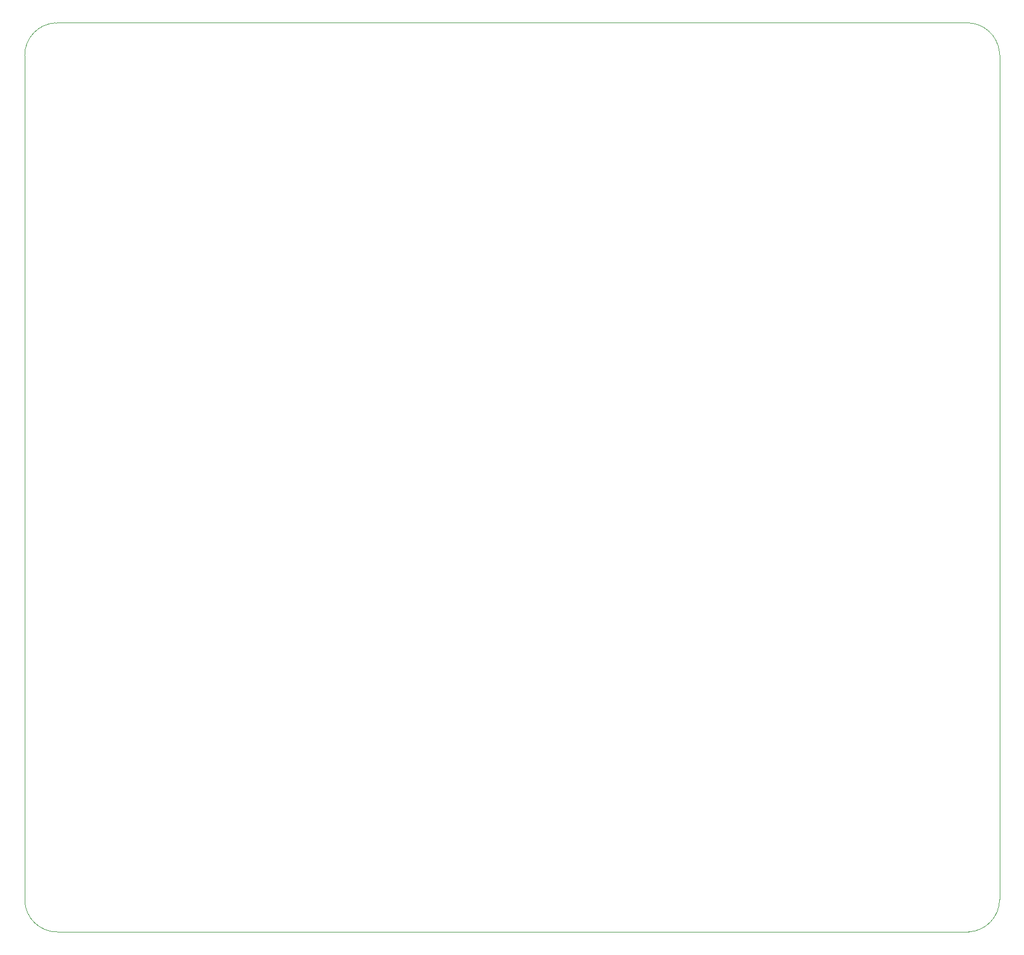
<source format=gm1>
G04 #@! TF.GenerationSoftware,KiCad,Pcbnew,7.0.7*
G04 #@! TF.CreationDate,2023-10-09T21:12:52+02:00*
G04 #@! TF.ProjectId,Kaboom_box_bottom,4b61626f-6f6d-45f6-926f-785f626f7474,rev?*
G04 #@! TF.SameCoordinates,Original*
G04 #@! TF.FileFunction,Profile,NP*
%FSLAX46Y46*%
G04 Gerber Fmt 4.6, Leading zero omitted, Abs format (unit mm)*
G04 Created by KiCad (PCBNEW 7.0.7) date 2023-10-09 21:12:52*
%MOMM*%
%LPD*%
G01*
G04 APERTURE LIST*
G04 #@! TA.AperFunction,Profile*
%ADD10C,0.100000*%
G04 #@! TD*
G04 APERTURE END LIST*
D10*
X79746754Y-30006417D02*
X80000000Y-30000000D01*
X220000000Y-170000000D02*
X80000000Y-170000000D01*
X224993582Y-34746754D02*
X225000000Y-35000000D01*
X75006417Y-165253245D02*
X75000000Y-165000000D01*
X224974346Y-34494158D02*
X224993582Y-34746754D01*
X80000000Y-30000000D02*
X220000000Y-30000000D01*
X220253245Y-169993583D02*
G75*
G03*
X225000000Y-165000000I-253245J4993583D01*
G01*
X75000000Y-165000000D02*
X75000000Y-35000000D01*
X225000000Y-35000000D02*
X225000000Y-165000000D01*
X79746754Y-30006417D02*
G75*
G03*
X75000000Y-35000000I253246J-4993583D01*
G01*
X224974347Y-34494158D02*
G75*
G03*
X220000000Y-30000000I-4974347J-505842D01*
G01*
X75006417Y-165253245D02*
G75*
G03*
X80000000Y-170000000I4993583J253245D01*
G01*
X220253245Y-169993582D02*
X220000000Y-170000000D01*
X225000000Y-35000000D02*
X225000000Y-35000000D01*
M02*

</source>
